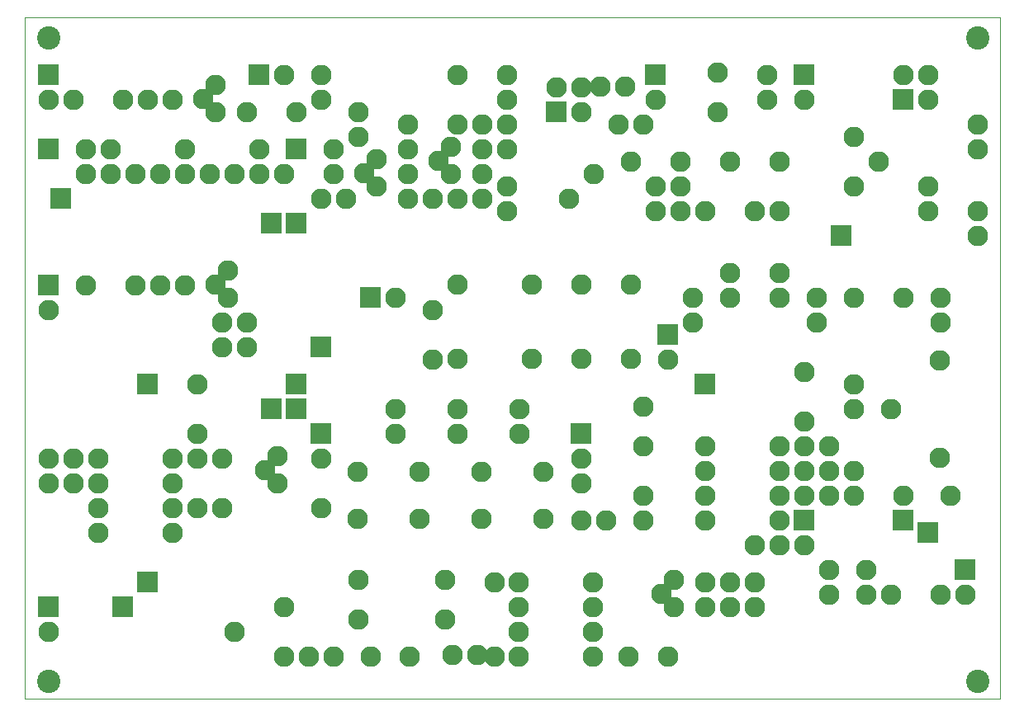
<source format=gbr>
%FSLAX34Y34*%
%MOMM*%
%LNSOLDERMASK_TOP*%
G71*
G01*
%ADD10C, 0.00*%
%ADD11C, 2.40*%
%ADD12C, 2.12*%
%LPD*%
G54D10*
X-50000Y1050000D02*
X950000Y1050000D01*
X950000Y350000D01*
X-50000Y350000D01*
X-50000Y1050000D01*
X-25400Y1028700D02*
G54D11*
D03*
X-25400Y1028700D02*
G54D11*
D03*
X-25400Y1028700D02*
G54D11*
D03*
X927100Y1028700D02*
G54D11*
D03*
X927100Y368300D02*
G54D11*
D03*
X-25400Y368300D02*
G54D11*
D03*
X-25400Y1028700D02*
G54D11*
D03*
X12700Y914400D02*
G54D12*
D03*
X-12700Y863600D02*
G54D12*
D03*
X203200Y838200D02*
G54D12*
D03*
X228600Y838200D02*
G54D12*
D03*
X566178Y978299D02*
G54D12*
D03*
X-25400Y965200D02*
G54D12*
D03*
X0Y965200D02*
G54D12*
D03*
X12700Y889000D02*
G54D12*
D03*
X38100Y889000D02*
G54D12*
D03*
X38100Y914400D02*
G54D12*
D03*
X63500Y889000D02*
G54D12*
D03*
X88900Y889000D02*
G54D12*
D03*
X114300Y914400D02*
G54D12*
D03*
X114300Y889000D02*
G54D12*
D03*
X139700Y889000D02*
G54D12*
D03*
X165100Y889000D02*
G54D12*
D03*
X190500Y889000D02*
G54D12*
D03*
X215900Y889000D02*
G54D12*
D03*
X190500Y914400D02*
G54D12*
D03*
X177800Y952500D02*
G54D12*
D03*
X145766Y952171D02*
G54D12*
D03*
X133066Y966171D02*
G54D12*
D03*
X145766Y980171D02*
G54D12*
D03*
X101600Y965200D02*
G54D12*
D03*
X76200Y965200D02*
G54D12*
D03*
X50800Y965200D02*
G54D12*
D03*
X12700Y774700D02*
G54D12*
D03*
X-25400Y749300D02*
G54D12*
D03*
X63500Y774700D02*
G54D12*
D03*
X88900Y774700D02*
G54D12*
D03*
X114300Y774700D02*
G54D12*
D03*
X145766Y775671D02*
G54D12*
D03*
X158466Y789671D02*
G54D12*
D03*
X158466Y761671D02*
G54D12*
D03*
X254000Y863600D02*
G54D12*
D03*
X266700Y889000D02*
G54D12*
D03*
X266700Y914400D02*
G54D12*
D03*
X292100Y927100D02*
G54D12*
D03*
X292100Y952500D02*
G54D12*
D03*
X310866Y903971D02*
G54D12*
D03*
X298166Y889971D02*
G54D12*
D03*
X310866Y875971D02*
G54D12*
D03*
X279400Y863600D02*
G54D12*
D03*
X342900Y863600D02*
G54D12*
D03*
X342900Y889000D02*
G54D12*
D03*
X342900Y914400D02*
G54D12*
D03*
X342900Y939800D02*
G54D12*
D03*
X215900Y990600D02*
G54D12*
D03*
X254000Y990600D02*
G54D12*
D03*
X254000Y965200D02*
G54D12*
D03*
X228600Y952500D02*
G54D12*
D03*
X393700Y990600D02*
G54D12*
D03*
X444500Y965200D02*
G54D12*
D03*
X444500Y990600D02*
G54D12*
D03*
X520700Y977900D02*
G54D12*
D03*
X540778Y978299D02*
G54D12*
D03*
X520700Y952500D02*
G54D12*
D03*
X495300Y977900D02*
G54D12*
D03*
X444500Y914400D02*
G54D12*
D03*
X444500Y939800D02*
G54D12*
D03*
X419100Y939800D02*
G54D12*
D03*
X419100Y914400D02*
G54D12*
D03*
X393700Y939800D02*
G54D12*
D03*
X387066Y916671D02*
G54D12*
D03*
X374366Y902671D02*
G54D12*
D03*
X387066Y888671D02*
G54D12*
D03*
X419100Y889000D02*
G54D12*
D03*
X444500Y876300D02*
G54D12*
D03*
X444500Y850900D02*
G54D12*
D03*
X419100Y863600D02*
G54D12*
D03*
X393700Y863600D02*
G54D12*
D03*
X330200Y762000D02*
G54D12*
D03*
X394085Y774935D02*
G54D12*
D03*
X368300Y749300D02*
G54D12*
D03*
X470285Y774935D02*
G54D12*
D03*
X521085Y774935D02*
G54D12*
D03*
X571885Y774935D02*
G54D12*
D03*
X635000Y762000D02*
G54D12*
D03*
X673100Y762000D02*
G54D12*
D03*
X723900Y762000D02*
G54D12*
D03*
X762000Y762000D02*
G54D12*
D03*
X800100Y762000D02*
G54D12*
D03*
X673100Y787400D02*
G54D12*
D03*
X723900Y787400D02*
G54D12*
D03*
X850900Y762000D02*
G54D12*
D03*
X889000Y762000D02*
G54D12*
D03*
X927100Y850900D02*
G54D12*
D03*
X927100Y825500D02*
G54D12*
D03*
X889000Y736600D02*
G54D12*
D03*
X762000Y736600D02*
G54D12*
D03*
X635000Y736600D02*
G54D12*
D03*
X609600Y698500D02*
G54D12*
D03*
X571885Y698735D02*
G54D12*
D03*
X521085Y698735D02*
G54D12*
D03*
X470285Y698735D02*
G54D12*
D03*
X394085Y698735D02*
G54D12*
D03*
X368300Y698500D02*
G54D12*
D03*
X127000Y673100D02*
G54D12*
D03*
X127000Y622300D02*
G54D12*
D03*
X127000Y596900D02*
G54D12*
D03*
X152400Y596900D02*
G54D12*
D03*
X101600Y596900D02*
G54D12*
D03*
X101600Y571500D02*
G54D12*
D03*
X101600Y546100D02*
G54D12*
D03*
X127000Y546100D02*
G54D12*
D03*
X152400Y546100D02*
G54D12*
D03*
X101600Y520700D02*
G54D12*
D03*
X25400Y596900D02*
G54D12*
D03*
X25400Y571500D02*
G54D12*
D03*
X25400Y546100D02*
G54D12*
D03*
X25400Y520700D02*
G54D12*
D03*
X0Y571500D02*
G54D12*
D03*
X0Y596900D02*
G54D12*
D03*
X-25400Y571500D02*
G54D12*
D03*
X-25400Y596900D02*
G54D12*
D03*
X-25400Y419100D02*
G54D12*
D03*
X-25400Y368300D02*
G54D12*
D03*
X-25400Y1028700D02*
G54D12*
D03*
X927100Y1028700D02*
G54D12*
D03*
X927100Y368300D02*
G54D12*
D03*
X888200Y697700D02*
G54D12*
D03*
X888200Y597700D02*
G54D12*
D03*
X899300Y558800D02*
G54D12*
D03*
X838200Y647700D02*
G54D12*
D03*
X800100Y673100D02*
G54D12*
D03*
X800100Y647700D02*
G54D12*
D03*
X876300Y876300D02*
G54D12*
D03*
X876300Y850900D02*
G54D12*
D03*
X927100Y914400D02*
G54D12*
D03*
X927100Y939800D02*
G54D12*
D03*
X876300Y965200D02*
G54D12*
D03*
X876300Y990600D02*
G54D12*
D03*
X850900Y990600D02*
G54D12*
D03*
X800100Y927100D02*
G54D12*
D03*
X825500Y901700D02*
G54D12*
D03*
X800100Y876300D02*
G54D12*
D03*
X723900Y850900D02*
G54D12*
D03*
X698500Y850900D02*
G54D12*
D03*
X673100Y901700D02*
G54D12*
D03*
X723900Y901700D02*
G54D12*
D03*
X711200Y965200D02*
G54D12*
D03*
X749300Y965200D02*
G54D12*
D03*
X711200Y990600D02*
G54D12*
D03*
X660400Y992500D02*
G54D12*
D03*
X660400Y952500D02*
G54D12*
D03*
X584200Y939800D02*
G54D12*
D03*
X596900Y965200D02*
G54D12*
D03*
X558800Y939800D02*
G54D12*
D03*
X533400Y889000D02*
G54D12*
D03*
X508000Y863600D02*
G54D12*
D03*
X571500Y901700D02*
G54D12*
D03*
X596900Y876300D02*
G54D12*
D03*
X622300Y901700D02*
G54D12*
D03*
X622300Y876300D02*
G54D12*
D03*
X622300Y850900D02*
G54D12*
D03*
X596900Y850900D02*
G54D12*
D03*
X647700Y850900D02*
G54D12*
D03*
X165100Y419100D02*
G54D12*
D03*
X215900Y393700D02*
G54D12*
D03*
X215900Y444500D02*
G54D12*
D03*
X241300Y393700D02*
G54D12*
D03*
X266700Y393700D02*
G54D12*
D03*
X304800Y393700D02*
G54D12*
D03*
X292100Y431800D02*
G54D12*
D03*
X292100Y471800D02*
G54D12*
D03*
X381000Y471800D02*
G54D12*
D03*
X381000Y431800D02*
G54D12*
D03*
X344800Y393700D02*
G54D12*
D03*
X388726Y395177D02*
G54D12*
D03*
X414126Y395177D02*
G54D12*
D03*
X431800Y393700D02*
G54D12*
D03*
X457051Y393690D02*
G54D12*
D03*
X533251Y393690D02*
G54D12*
D03*
X569600Y393700D02*
G54D12*
D03*
X609600Y393700D02*
G54D12*
D03*
X615666Y444171D02*
G54D12*
D03*
X615666Y472171D02*
G54D12*
D03*
X602966Y458171D02*
G54D12*
D03*
X533251Y419090D02*
G54D12*
D03*
X533251Y444491D02*
G54D12*
D03*
X533251Y469890D02*
G54D12*
D03*
X457051Y469890D02*
G54D12*
D03*
X457051Y444491D02*
G54D12*
D03*
X457051Y419090D02*
G54D12*
D03*
X431800Y469900D02*
G54D12*
D03*
X481750Y534950D02*
G54D12*
D03*
X418250Y534950D02*
G54D12*
D03*
X457200Y622300D02*
G54D12*
D03*
X457200Y647700D02*
G54D12*
D03*
X393700Y647700D02*
G54D12*
D03*
X393700Y622300D02*
G54D12*
D03*
X418250Y583350D02*
G54D12*
D03*
X354750Y583350D02*
G54D12*
D03*
X330200Y622300D02*
G54D12*
D03*
X330200Y647700D02*
G54D12*
D03*
X254000Y596900D02*
G54D12*
D03*
X291250Y583350D02*
G54D12*
D03*
X291250Y534950D02*
G54D12*
D03*
X254000Y546100D02*
G54D12*
D03*
X209266Y571171D02*
G54D12*
D03*
X196566Y585171D02*
G54D12*
D03*
X209266Y599171D02*
G54D12*
D03*
X520700Y533400D02*
G54D12*
D03*
X520700Y571500D02*
G54D12*
D03*
X481750Y583350D02*
G54D12*
D03*
X520700Y596900D02*
G54D12*
D03*
X584200Y649600D02*
G54D12*
D03*
X584200Y609600D02*
G54D12*
D03*
X584200Y558800D02*
G54D12*
D03*
X584200Y533400D02*
G54D12*
D03*
X546100Y533400D02*
G54D12*
D03*
X647700Y609600D02*
G54D12*
D03*
X647700Y584200D02*
G54D12*
D03*
X647700Y558800D02*
G54D12*
D03*
X647700Y533400D02*
G54D12*
D03*
X723900Y533400D02*
G54D12*
D03*
X723900Y558800D02*
G54D12*
D03*
X723900Y584200D02*
G54D12*
D03*
X723900Y609600D02*
G54D12*
D03*
X749300Y609600D02*
G54D12*
D03*
X749300Y635000D02*
G54D12*
D03*
X749300Y685800D02*
G54D12*
D03*
X774700Y609600D02*
G54D12*
D03*
X774700Y584200D02*
G54D12*
D03*
X774700Y558800D02*
G54D12*
D03*
X749300Y584200D02*
G54D12*
D03*
X749300Y558800D02*
G54D12*
D03*
X800100Y558800D02*
G54D12*
D03*
X800100Y584200D02*
G54D12*
D03*
X850900Y558800D02*
G54D12*
D03*
X914400Y457200D02*
G54D12*
D03*
X889000Y457200D02*
G54D12*
D03*
X838200Y457200D02*
G54D12*
D03*
X812800Y457200D02*
G54D12*
D03*
X812800Y482600D02*
G54D12*
D03*
X774700Y482600D02*
G54D12*
D03*
X774700Y457200D02*
G54D12*
D03*
X749300Y508000D02*
G54D12*
D03*
X723900Y508000D02*
G54D12*
D03*
X698500Y508000D02*
G54D12*
D03*
X698500Y469900D02*
G54D12*
D03*
X698500Y444500D02*
G54D12*
D03*
X673100Y444500D02*
G54D12*
D03*
X673100Y469900D02*
G54D12*
D03*
X647700Y469900D02*
G54D12*
D03*
X647700Y444500D02*
G54D12*
D03*
G36*
X-36000Y1001200D02*
X-14800Y1001200D01*
X-14800Y980000D01*
X-36000Y980000D01*
X-36000Y1001200D01*
G37*
G36*
X-36000Y925000D02*
X-14800Y925000D01*
X-14800Y903800D01*
X-36000Y903800D01*
X-36000Y925000D01*
G37*
G36*
X-23300Y874200D02*
X-2100Y874200D01*
X-2100Y853000D01*
X-23300Y853000D01*
X-23300Y874200D01*
G37*
G36*
X179900Y1001200D02*
X201100Y1001200D01*
X201100Y980000D01*
X179900Y980000D01*
X179900Y1001200D01*
G37*
G36*
X218000Y925000D02*
X239200Y925000D01*
X239200Y903800D01*
X218000Y903800D01*
X218000Y925000D01*
G37*
G36*
X218000Y848800D02*
X239200Y848800D01*
X239200Y827600D01*
X218000Y827600D01*
X218000Y848800D01*
G37*
G36*
X192600Y848800D02*
X213800Y848800D01*
X213800Y827600D01*
X192600Y827600D01*
X192600Y848800D01*
G37*
G36*
X484700Y963100D02*
X505900Y963100D01*
X505900Y941900D01*
X484700Y941900D01*
X484700Y963100D01*
G37*
G36*
X840300Y975800D02*
X861500Y975800D01*
X861500Y954600D01*
X840300Y954600D01*
X840300Y975800D01*
G37*
G36*
X738700Y1001200D02*
X759900Y1001200D01*
X759900Y980000D01*
X738700Y980000D01*
X738700Y1001200D01*
G37*
G36*
X586300Y1001200D02*
X607500Y1001200D01*
X607500Y980000D01*
X586300Y980000D01*
X586300Y1001200D01*
G37*
G36*
X599000Y734500D02*
X620200Y734500D01*
X620200Y713300D01*
X599000Y713300D01*
X599000Y734500D01*
G37*
G36*
X294200Y772600D02*
X315400Y772600D01*
X315400Y751400D01*
X294200Y751400D01*
X294200Y772600D01*
G37*
G36*
X-36000Y785300D02*
X-14800Y785300D01*
X-14800Y764100D01*
X-36000Y764100D01*
X-36000Y785300D01*
G37*
G36*
X243400Y721800D02*
X264600Y721800D01*
X264600Y700600D01*
X243400Y700600D01*
X243400Y721800D01*
G37*
G36*
X65600Y683700D02*
X86800Y683700D01*
X86800Y662500D01*
X65600Y662500D01*
X65600Y683700D01*
G37*
G36*
X218000Y683700D02*
X239200Y683700D01*
X239200Y662500D01*
X218000Y662500D01*
X218000Y683700D01*
G37*
G36*
X218000Y658300D02*
X239200Y658300D01*
X239200Y637100D01*
X218000Y637100D01*
X218000Y658300D01*
G37*
G36*
X192600Y658300D02*
X213800Y658300D01*
X213800Y637100D01*
X192600Y637100D01*
X192600Y658300D01*
G37*
G36*
X243400Y721800D02*
X264600Y721800D01*
X264600Y700600D01*
X243400Y700600D01*
X243400Y721800D01*
G37*
G36*
X637100Y683700D02*
X658300Y683700D01*
X658300Y662500D01*
X637100Y662500D01*
X637100Y683700D01*
G37*
G36*
X510100Y632900D02*
X531300Y632900D01*
X531300Y611700D01*
X510100Y611700D01*
X510100Y632900D01*
G37*
G36*
X243400Y632900D02*
X264600Y632900D01*
X264600Y611700D01*
X243400Y611700D01*
X243400Y632900D01*
G37*
G36*
X-36000Y455100D02*
X-14800Y455100D01*
X-14800Y433900D01*
X-36000Y433900D01*
X-36000Y455100D01*
G37*
G36*
X40200Y455100D02*
X61400Y455100D01*
X61400Y433900D01*
X40200Y433900D01*
X40200Y455100D01*
G37*
G36*
X65600Y480500D02*
X86800Y480500D01*
X86800Y459300D01*
X65600Y459300D01*
X65600Y480500D01*
G37*
G36*
X738700Y544000D02*
X759900Y544000D01*
X759900Y522800D01*
X738700Y522800D01*
X738700Y544000D01*
G37*
G36*
X903800Y493200D02*
X925000Y493200D01*
X925000Y472000D01*
X903800Y472000D01*
X903800Y493200D01*
G37*
X354750Y534950D02*
G54D12*
D03*
X368300Y863600D02*
G54D12*
D03*
G36*
X776800Y836100D02*
X798000Y836100D01*
X798000Y814900D01*
X776800Y814900D01*
X776800Y836100D01*
G37*
G36*
X776800Y836100D02*
X798000Y836100D01*
X798000Y814900D01*
X776800Y814900D01*
X776800Y836100D01*
G37*
X152400Y736600D02*
G54D12*
D03*
X177800Y736600D02*
G54D12*
D03*
X152400Y711200D02*
G54D12*
D03*
X177800Y711200D02*
G54D12*
D03*
G36*
X865700Y531300D02*
X886900Y531300D01*
X886900Y510100D01*
X865700Y510100D01*
X865700Y531300D01*
G37*
G36*
X840300Y544000D02*
X861500Y544000D01*
X861500Y522800D01*
X840300Y522800D01*
X840300Y544000D01*
G37*
M02*

</source>
